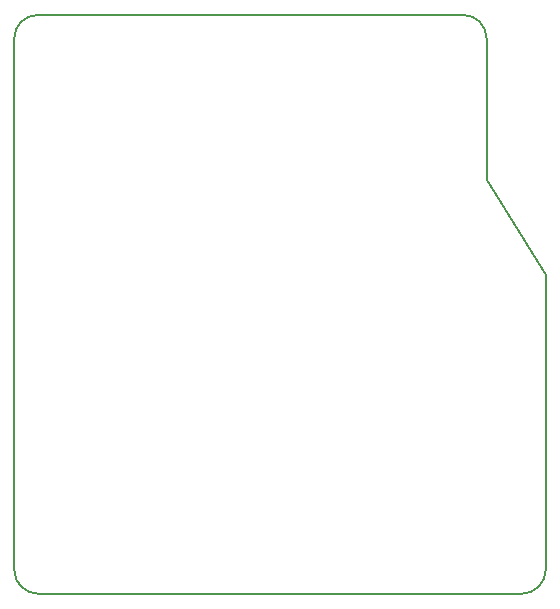
<source format=gm1>
G04 #@! TF.FileFunction,Profile,NP*
%FSLAX46Y46*%
G04 Gerber Fmt 4.6, Leading zero omitted, Abs format (unit mm)*
G04 Created by KiCad (PCBNEW 4.0.5) date 04/16/17 14:29:44*
%MOMM*%
%LPD*%
G01*
G04 APERTURE LIST*
%ADD10C,0.100000*%
%ADD11C,0.150000*%
G04 APERTURE END LIST*
D10*
D11*
X61000000Y-68000000D02*
G75*
G03X63000000Y-66000000I0J2000000D01*
G01*
X18000000Y-66000000D02*
G75*
G03X20000000Y-68000000I2000000J0D01*
G01*
X20000000Y-19000000D02*
G75*
G03X18000000Y-21000000I0J-2000000D01*
G01*
X58000000Y-21000000D02*
G75*
G03X56000000Y-19000000I-2000000J0D01*
G01*
X58000000Y-33000000D02*
X63000000Y-41000000D01*
X58000000Y-21000000D02*
X58000000Y-33000000D01*
X56000000Y-19000000D02*
X20000000Y-19000000D01*
X63000000Y-66000000D02*
X63000000Y-41000000D01*
X20000000Y-68000000D02*
X61000000Y-68000000D01*
X18000000Y-21000000D02*
X18000000Y-66000000D01*
M02*

</source>
